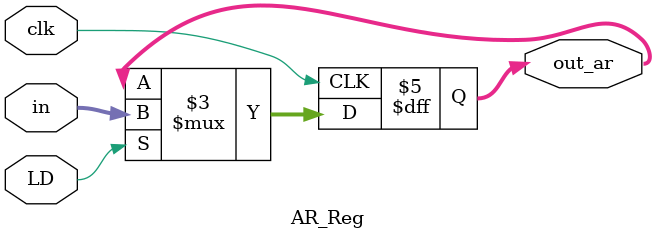
<source format=v>
module AR_Reg( 
    input clk, LD,
    input [3:0] in,
    output reg [3:0] out_ar
); 
initial begin 
    out_ar = 4'h0; 
end 

always @(posedge clk) begin 
    if (LD) begin 
        out_ar <= in; 
    end
end
endmodule

</source>
